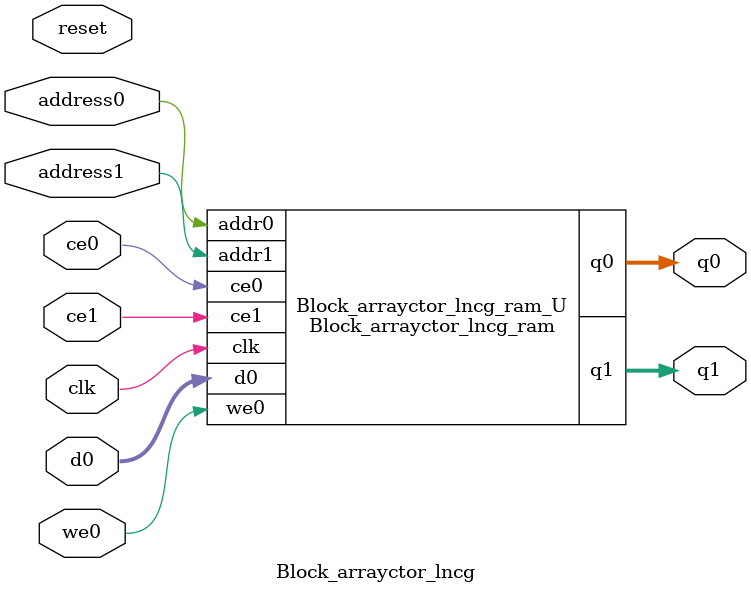
<source format=v>
`timescale 1 ns / 1 ps
module Block_arrayctor_lncg_ram (addr0, ce0, d0, we0, q0, addr1, ce1, q1,  clk);

parameter DWIDTH = 5;
parameter AWIDTH = 1;
parameter MEM_SIZE = 2;

input[AWIDTH-1:0] addr0;
input ce0;
input[DWIDTH-1:0] d0;
input we0;
output reg[DWIDTH-1:0] q0;
input[AWIDTH-1:0] addr1;
input ce1;
output reg[DWIDTH-1:0] q1;
input clk;

(* ram_style = "distributed" *)reg [DWIDTH-1:0] ram[0:MEM_SIZE-1];




always @(posedge clk)  
begin 
    if (ce0) begin
        if (we0) 
            ram[addr0] <= d0; 
        q0 <= ram[addr0];
    end
end


always @(posedge clk)  
begin 
    if (ce1) begin
        q1 <= ram[addr1];
    end
end


endmodule

`timescale 1 ns / 1 ps
module Block_arrayctor_lncg(
    reset,
    clk,
    address0,
    ce0,
    we0,
    d0,
    q0,
    address1,
    ce1,
    q1);

parameter DataWidth = 32'd5;
parameter AddressRange = 32'd2;
parameter AddressWidth = 32'd1;
input reset;
input clk;
input[AddressWidth - 1:0] address0;
input ce0;
input we0;
input[DataWidth - 1:0] d0;
output[DataWidth - 1:0] q0;
input[AddressWidth - 1:0] address1;
input ce1;
output[DataWidth - 1:0] q1;



Block_arrayctor_lncg_ram Block_arrayctor_lncg_ram_U(
    .clk( clk ),
    .addr0( address0 ),
    .ce0( ce0 ),
    .we0( we0 ),
    .d0( d0 ),
    .q0( q0 ),
    .addr1( address1 ),
    .ce1( ce1 ),
    .q1( q1 ));

endmodule


</source>
